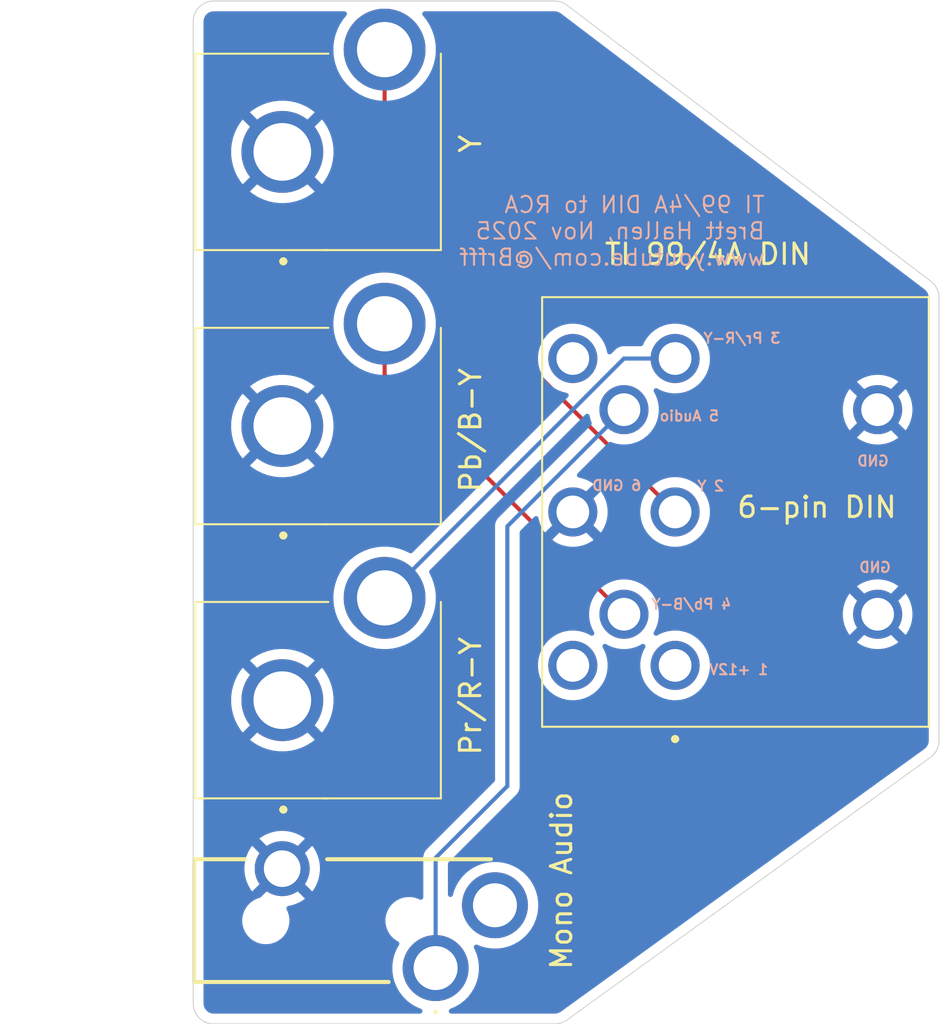
<source format=kicad_pcb>
(kicad_pcb (version 20241229) (generator "pcbnew") (generator_version "9.0")
  (title_block (title "TI 99/4A DIN to Component (PAL)") (date "19/NOV/2025") (rev "A") (company "Brett Hallen") (comment 1 "www.youtube.com/@Brfff"))
  (layers (0 "F.Cu" signal) (2 "B.Cu" signal) (13 "F.Paste" user) (15 "B.Paste" user) (5 "F.SilkS" user "F.Silkscreen") (7 "B.SilkS" user "B.Silkscreen") (1 "F.Mask" user) (3 "B.Mask" user) (25 "Edge.Cuts" user))
  (net 0 "")
  (net 2 "Pb")
  (net 4 "Pr")
  (net 5 "GND")
  (net 6 "AUDIO")
  (net 7 "Y")
  (footprint "Clueless_Engineer:FC68371" (layer "F.Cu") (at 119.096387 116.05)
    (property "Reference" "J5" (hide yes))
    (property "Value" "Pr (R-Y)" (hide yes))
    (fp_line (start -4.25 -4.8) (end -4.25 4.8) (stroke (width 0.1)) (layer "F.SilkS"))
    (fp_line (start -4.25 4.8) (end 2.25 4.8) (stroke (width 0.1)) (layer "F.SilkS"))
    (fp_line (start -0.05 5.35) (end -0.05 5.35) (stroke (width 0.2)) (layer "F.SilkS"))
    (fp_line (start 0.15 5.35) (end 0.15 5.35) (stroke (width 0.2)) (layer "F.SilkS"))
    (fp_line (start 2.25 -4.8) (end -4.25 -4.8) (stroke (width 0.1)) (layer "F.SilkS"))
    (fp_line (start 7.75 -4.8) (end 7.75 4.8) (stroke (width 0.1)) (layer "F.SilkS"))
    (fp_line (start 7.75 4.8) (end 2 4.8) (stroke (width 0.1)) (layer "F.SilkS"))
    (fp_arc (start -0.05 5.35) (mid 0.05 5.25) (end 0.15 5.35) (stroke (width 0.2)) (layer "F.SilkS"))
    (fp_arc (start 0.15 5.35) (mid 0.05 5.45) (end -0.05 5.35) (stroke (width 0.2)) (layer "F.SilkS"))
    (pad "1" thru_hole circle (at 0 0) (size 4 4) (drill 2.818) (layers "*.Cu" "*.Mask") (net 5 "GND"))
    (pad "3" thru_hole circle (at 5 -5) (size 4 4) (drill 2.7) (layers "*.Cu" "*.Mask") (net 4 "Pr"))
  )
  (footprint "Clueless_Engineer:FC68371" (layer "F.Cu") (at 119.096387 89.25)
    (property "Reference" "J3" (hide yes))
    (property "Value" "Y" (hide yes))
    (fp_line (start -4.25 -4.8) (end -4.25 4.8) (stroke (width 0.1)) (layer "F.SilkS"))
    (fp_line (start -4.25 4.8) (end 2.25 4.8) (stroke (width 0.1)) (layer "F.SilkS"))
    (fp_line (start -0.05 5.35) (end -0.05 5.35) (stroke (width 0.2)) (layer "F.SilkS"))
    (fp_line (start 0.15 5.35) (end 0.15 5.35) (stroke (width 0.2)) (layer "F.SilkS"))
    (fp_line (start 2.25 -4.8) (end -4.25 -4.8) (stroke (width 0.1)) (layer "F.SilkS"))
    (fp_line (start 7.75 -4.8) (end 7.75 4.8) (stroke (width 0.1)) (layer "F.SilkS"))
    (fp_line (start 7.75 4.8) (end 2 4.8) (stroke (width 0.1)) (layer "F.SilkS"))
    (fp_arc (start -0.05 5.35) (mid 0.05 5.25) (end 0.15 5.35) (stroke (width 0.2)) (layer "F.SilkS"))
    (fp_arc (start 0.15 5.35) (mid 0.05 5.45) (end -0.05 5.35) (stroke (width 0.2)) (layer "F.SilkS"))
    (pad "1" thru_hole circle (at 0 0) (size 4 4) (drill 2.818) (layers "*.Cu" "*.Mask") (net 5 "GND"))
    (pad "3" thru_hole circle (at 5 -5) (size 4 4) (drill 2.7) (layers "*.Cu" "*.Mask") (net 7 "Y"))
  )
  (footprint "Clueless_Engineer:SJ3350820BTR" (layer "F.Cu") (at 126.590387 129.1455)
    (property "Reference" "J2" (hide yes))
    (property "Value" "Audio Out" (hide yes))
    (fp_line (start -11.8 -5.32) (end -11.8 0.68) (stroke (width 0.2)) (layer "F.SilkS"))
    (fp_line (start -11.8 0.68) (end -2.3 0.68) (stroke (width 0.2)) (layer "F.SilkS"))
    (fp_line (start -9.3 -5.32) (end -11.8 -5.32) (stroke (width 0.2)) (layer "F.SilkS"))
    (fp_line (start -5.3 -5.32) (end 2.7 -5.32) (stroke (width 0.2)) (layer "F.SilkS"))
    (fp_line (start 0 2.1) (end 0 2.1) (stroke (width 0.1)) (layer "F.SilkS"))
    (fp_line (start 0 2.2) (end 0 2.2) (stroke (width 0.1)) (layer "F.SilkS"))
    (fp_arc (start 0 2.1) (mid 0.05 2.15) (end 0 2.2) (stroke (width 0.1)) (layer "F.SilkS"))
    (fp_arc (start 0 2.2) (mid -0.05 2.15) (end 0 2.1) (stroke (width 0.1)) (layer "F.SilkS"))
    (pad "" np_thru_hole circle (at -8.3 -2.32) (size 1.8 1.8) (drill 1.8) (layers "*.Cu" "*.Mask"))
    (pad "" np_thru_hole circle (at -1.3 -2.32) (size 1.8 1.8) (drill 1.8) (layers "*.Cu" "*.Mask"))
    (pad "2" thru_hole circle (at 0 0) (size 3.225 3.225) (drill 2.15) (layers "*.Cu" "*.Mask") (net 6 "AUDIO"))
    (pad "3" thru_hole circle (at 2.9 -3.07) (size 3.225 3.225) (drill 2.15) (layers "*.Cu" "*.Mask"))
    (pad "5" thru_hole circle (at -7.5 -4.86) (size 2.685 2.685) (drill 1.79) (layers "*.Cu" "*.Mask") (net 5 "GND"))
  )
  (footprint "Clueless_Engineer:6710801" (layer "F.Cu") (at 138.296387 114.35 -90)
    (property "Reference" "J1" (hide yes))
    (property "Value" "TI 99/4A Component" (hide yes))
    (fp_line (start -18 6.5) (end -18 -12.4) (stroke (width 0.1)) (layer "F.SilkS"))
    (fp_line (start 3 6.5) (end -18 6.5) (stroke (width 0.1)) (layer "F.SilkS"))
    (fp_line (start 3.6 0.1) (end 3.6 0.1) (stroke (width 0.2)) (layer "F.SilkS"))
    (fp_line (start 3.6 -0.1) (end 3.6 -0.1) (stroke (width 0.2)) (layer "F.SilkS"))
    (fp_line (start -18 -12.4) (end 3 -12.4) (stroke (width 0.1)) (layer "F.SilkS"))
    (fp_line (start 3 -12.4) (end 3 6.5) (stroke (width 0.1)) (layer "F.SilkS"))
    (fp_arc (start 3.6 0.1) (mid 3.5 0) (end 3.6 -0.1) (stroke (width 0.2)) (layer "F.SilkS"))
    (fp_arc (start 3.6 -0.1) (mid 3.7 0) (end 3.6 0.1) (stroke (width 0.2)) (layer "F.SilkS"))
    (pad "1" thru_hole circle (at 0 0 270) (size 2.4 2.4) (drill 1.6) (layers "*.Cu" "*.Mask"))
    (pad "2" thru_hole circle (at -7.5 0 270) (size 2.4 2.4) (drill 1.6) (layers "*.Cu" "*.Mask") (net 7 "Y"))
    (pad "3" thru_hole circle (at -15 0 270) (size 2.4 2.4) (drill 1.6) (layers "*.Cu" "*.Mask") (net 4 "Pr"))
    (pad "4" thru_hole circle (at -2.5 2.5 270) (size 2.4 2.4) (drill 1.6) (layers "*.Cu" "*.Mask") (net 2 "Pb"))
    (pad "5" thru_hole circle (at -12.5 2.5 270) (size 2.4 2.4) (drill 1.6) (layers "*.Cu" "*.Mask") (net 6 "AUDIO"))
    (pad "6" thru_hole circle (at 0 5 270) (size 2.4 2.4) (drill 1.6) (layers "*.Cu" "*.Mask"))
    (pad "7" thru_hole circle (at -15 5 270) (size 2.4 2.4) (drill 1.6) (layers "*.Cu" "*.Mask"))
    (pad "8" thru_hole circle (at -7.5 5 270) (size 2.4 2.4) (drill 1.6) (layers "*.Cu" "*.Mask") (net 5 "GND"))
    (pad "MH1" thru_hole circle (at -2.5 -9.9 270) (size 2.4 2.4) (drill 1.6) (layers "*.Cu" "*.Mask") (net 5 "GND"))
    (pad "MH2" thru_hole circle (at -12.5 -9.9 270) (size 2.4 2.4) (drill 1.6) (layers "*.Cu" "*.Mask") (net 5 "GND"))
  )
  (footprint "Clueless_Engineer:FC68371" (layer "F.Cu") (at 119.096387 102.65)
    (property "Reference" "J4" (hide yes))
    (property "Value" "Pb (B-Y)" (hide yes))
    (fp_line (start -4.25 -4.8) (end -4.25 4.8) (stroke (width 0.1)) (layer "F.SilkS"))
    (fp_line (start -4.25 4.8) (end 2.25 4.8) (stroke (width 0.1)) (layer "F.SilkS"))
    (fp_line (start -0.05 5.35) (end -0.05 5.35) (stroke (width 0.2)) (layer "F.SilkS"))
    (fp_line (start 0.15 5.35) (end 0.15 5.35) (stroke (width 0.2)) (layer "F.SilkS"))
    (fp_line (start 2.25 -4.8) (end -4.25 -4.8) (stroke (width 0.1)) (layer "F.SilkS"))
    (fp_line (start 7.75 -4.8) (end 7.75 4.8) (stroke (width 0.1)) (layer "F.SilkS"))
    (fp_line (start 7.75 4.8) (end 2 4.8) (stroke (width 0.1)) (layer "F.SilkS"))
    (fp_arc (start -0.05 5.35) (mid 0.05 5.25) (end 0.15 5.35) (stroke (width 0.2)) (layer "F.SilkS"))
    (fp_arc (start 0.15 5.35) (mid 0.05 5.45) (end -0.05 5.35) (stroke (width 0.2)) (layer "F.SilkS"))
    (pad "1" thru_hole circle (at 0 0) (size 4 4) (drill 2.818) (layers "*.Cu" "*.Mask") (net 5 "GND"))
    (pad "3" thru_hole circle (at 5 -5) (size 4 4) (drill 2.7) (layers "*.Cu" "*.Mask") (net 2 "Pb"))
  )
  (gr_line (start 114.742774 130.875) (end 114.742774 82.875) (stroke (width 0.05)) (layer "Edge.Cuts"))
  (gr_arc (start 114.742774 82.875) (mid 115.035666 82.167889) (end 115.742774 81.875) (stroke (width 0.05)) (layer "Edge.Cuts"))
  (gr_line (start 132.419281 131.875) (end 115.742774 131.875) (stroke (width 0.05)) (layer "Edge.Cuts"))
  (gr_arc (start 151.196387 118.029188) (mid 151.086811 118.484332) (end 150.782081 118.83972) (stroke (width 0.05)) (layer "Edge.Cuts"))
  (gr_arc (start 132.406372 81.875) (mid 132.725216 81.927193) (end 133.010778 82.078323) (stroke (width 0.05)) (layer "Edge.Cuts"))
  (gr_line (start 133.010778 82.078323) (end 150.800793 95.574878) (stroke (width 0.05)) (layer "Edge.Cuts"))
  (gr_arc (start 133.004975 131.685532) (mid 132.72707 131.826455) (end 132.419281 131.875) (stroke (width 0.05)) (layer "Edge.Cuts"))
  (gr_line (start 151.196387 96.371555) (end 151.196387 118.029188) (stroke (width 0.05)) (layer "Edge.Cuts"))
  (gr_line (start 115.742774 81.875) (end 132.406372 81.875) (stroke (width 0.05)) (layer "Edge.Cuts"))
  (gr_line (start 150.782081 118.83972) (end 133.004975 131.685532) (stroke (width 0.05)) (layer "Edge.Cuts"))
  (gr_arc (start 150.800793 95.574878) (mid 151.092045 95.926811) (end 151.196387 96.371555) (stroke (width 0.05)) (layer "Edge.Cuts"))
  (gr_arc (start 115.742774 131.875) (mid 115.035676 131.582102) (end 114.742774 130.875) (stroke (width 0.05)) (layer "Edge.Cuts"))
  (gr_text "Pb/B-Y" (at 128.296387 102.85 90) (layer "F.SilkS") (effects (font (size 1 1))))
  (gr_text "Mono Audio" (at 132.742774 124.875 90) (layer "F.SilkS") (effects (font (size 1 1))))
  (gr_text "Pr/R-Y" (at 128.296387 115.85 90) (layer "F.SilkS") (effects (font (size 1 1))))
  (gr_text "6-pin DIN" (at 141.246387 107.2 0) (layer "F.SilkS") (effects (font (size 1 1)) (justify left bottom)))
  (gr_text "TI 99/4A DIN" (at 139.896387 94.25 0) (layer "F.SilkS") (effects (font (size 1 1))))
  (gr_text "Y" (at 128.296387 88.85 90) (layer "F.SilkS") (effects (font (size 1 1))))
  (gr_text "6 GND" (at 136.696387 105.85 0) (layer "B.SilkS") (effects (font (size 0.5 0.5) (thickness 0.1) (bold yes)) (justify left bottom mirror)))
  (gr_text "TI 99/4A DIN to RCA\nBrett Hallen, Nov 2025\nwww.youtube.com/@Brfff" (at 142.742774 94.875 0) (layer "B.SilkS") (effects (font (size 0.8 0.8) (thickness 0.1)) (justify left bottom mirror)))
  (gr_text "4 Pb/B-Y" (at 141.096387 111.65 0) (layer "B.SilkS") (effects (font (size 0.5 0.5) (thickness 0.1) (bold yes)) (justify left bottom mirror)))
  (gr_text "GND" (at 148.796387 104.65 0) (layer "B.SilkS") (effects (font (size 0.5 0.5) (thickness 0.1) (bold yes)) (justify left bottom mirror)))
  (gr_text "1 +12V" (at 142.896387 114.85 0) (layer "B.SilkS") (effects (font (size 0.5 0.5) (thickness 0.1) (bold yes)) (justify left bottom mirror)))
  (gr_text "3 Pr/R-Y" (at 143.496387 98.65 0) (layer "B.SilkS") (effects (font (size 0.5 0.5) (thickness 0.1) (bold yes)) (justify left bottom mirror)))
  (gr_text "2 Y" (at 140.742774 105.875 0) (layer "B.SilkS") (effects (font (size 0.5 0.5) (thickness 0.1) (bold yes)) (justify left bottom mirror)))
  (gr_text "GND" (at 148.896387 109.85 0) (layer "B.SilkS") (effects (font (size 0.5 0.5) (thickness 0.1) (bold yes)) (justify left bottom mirror)))
  (gr_text "5 Audio" (at 140.496387 102.45 0) (layer "B.SilkS") (effects (font (size 0.5 0.5) (thickness 0.1) (bold yes)) (justify left bottom mirror)))
  (segment (start 135.796387 111.85) (end 124.096387 100.15) (width 0.2) (layer "F.Cu") (net 2))
  (segment (start 124.096387 100.15) (end 124.096387 97.65) (width 0.2) (layer "F.Cu") (net 2))
  (segment (start 135.796387 99.35) (end 124.096387 111.05) (width 0.2) (layer "B.Cu") (net 4))
  (segment (start 138.296387 99.35) (end 135.796387 99.35) (width 0.2) (layer "B.Cu") (net 4))
  (segment (start 130.096387 120.25) (end 126.590387 123.756) (width 0.2) (layer "B.Cu") (net 6))
  (segment (start 135.796387 101.85) (end 130.096387 107.55) (width 0.2) (layer "B.Cu") (net 6))
  (segment (start 126.590387 123.756) (end 126.590387 129.1455) (width 0.2) (layer "B.Cu") (net 6))
  (segment (start 130.096387 107.55) (end 130.096387 120.25) (width 0.2) (layer "B.Cu") (net 6))
  (segment (start 124.096387 92.65) (end 124.096387 84.25) (width 0.2) (layer "F.Cu") (net 7))
  (segment (start 138.296387 106.85) (end 124.096387 92.65) (width 0.2) (layer "F.Cu") (net 7))
  (zone (net 5) (net_name "GND") (layer "B.Cu") (connect_pads (clearance 0.5)) (min_thickness 0.25) (fill yes (thermal_gap 0.5) (thermal_bridge_width 0.5))
    (polygon (pts (xy 114.742774 81.875) (xy 132.742774 81.875) (xy 151.196387 95.85) (xy 151.196387 118.875) (xy 132.742774 131.875) (xy 114.742774 131.875)))
  )
)
</source>
